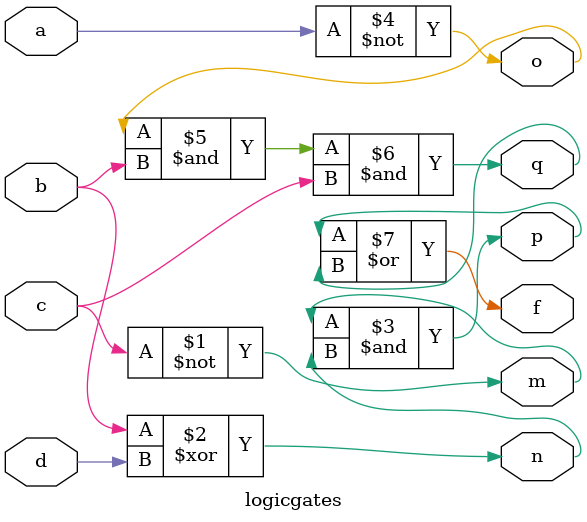
<source format=v>
module logicgates(a,b,c,d,m,n,o,p,q,f);
input a,b,c,d;
output m,n,o,p,q,f;

	assign m = ~c;
    assign n = b ^ d;
	assign p = m & n;
	assign o = ~a;
	assign q = o & b & c;
	assign f = p | q;

endmodule


</source>
